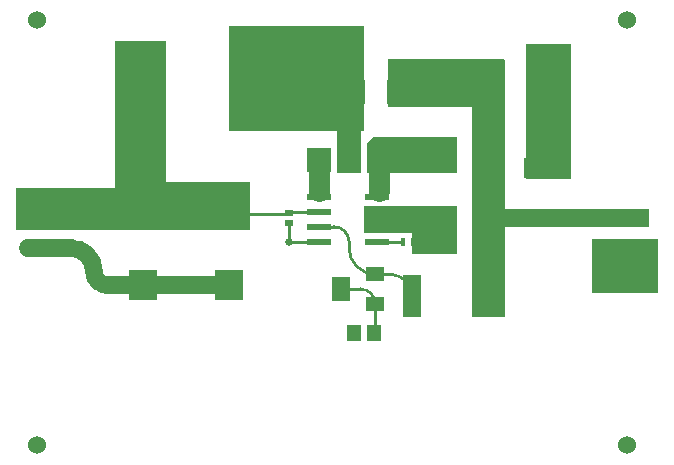
<source format=gbr>
%TF.GenerationSoftware,Altium Limited,Altium Designer,22.11.1 (43)*%
G04 Layer_Physical_Order=1*
G04 Layer_Color=255*
%FSLAX45Y45*%
%MOMM*%
%TF.SameCoordinates,43E0CF4A-0526-4127-82AF-783748DA5692*%
%TF.FilePolarity,Positive*%
%TF.FileFunction,Copper,L1,Top,Signal*%
%TF.Part,Single*%
G01*
G75*
%TA.AperFunction,Conductor*%
%ADD10C,0.25400*%
%ADD11C,1.52400*%
%TA.AperFunction,SMDPad,CuDef*%
%ADD12R,1.60000X3.65000*%
%ADD13R,0.64000X0.50800*%
%ADD14R,1.15000X1.35000*%
%ADD15R,0.38100X0.64000*%
%ADD16R,0.38100X0.63500*%
%ADD17R,1.30000X1.80000*%
G04:AMPARAMS|DCode=18|XSize=1.97mm|YSize=0.59mm|CornerRadius=0.07375mm|HoleSize=0mm|Usage=FLASHONLY|Rotation=0.000|XOffset=0mm|YOffset=0mm|HoleType=Round|Shape=RoundedRectangle|*
%AMROUNDEDRECTD18*
21,1,1.97000,0.44250,0,0,0.0*
21,1,1.82250,0.59000,0,0,0.0*
1,1,0.14750,0.91125,-0.22125*
1,1,0.14750,-0.91125,-0.22125*
1,1,0.14750,-0.91125,0.22125*
1,1,0.14750,0.91125,0.22125*
%
%ADD18ROUNDEDRECTD18*%
%ADD19R,2.50000X1.40000*%
%ADD20R,1.60000X2.00000*%
%ADD21R,1.60000X1.30000*%
%ADD22R,2.45000X2.55000*%
%ADD23R,2.90000X5.40000*%
%ADD24R,2.45000X2.15000*%
%TA.AperFunction,Conductor*%
%ADD25C,1.77800*%
%TA.AperFunction,ComponentPad*%
%ADD26C,1.52000*%
%ADD27R,1.52000X1.52000*%
%ADD28R,1.30000X1.30000*%
%ADD29C,1.30000*%
%TA.AperFunction,WasherPad*%
%ADD30C,1.52400*%
%TA.AperFunction,ComponentPad*%
%ADD31C,2.05000*%
%ADD32R,2.05000X2.05000*%
%TA.AperFunction,ViaPad*%
%ADD33C,0.63500*%
G36*
X10058400Y9804400D02*
X9296400D01*
X9296400Y10058400D01*
X9347200Y10109200D01*
X10058400D01*
Y9804400D01*
D02*
G37*
G36*
X9271000Y10160000D02*
X9245600D01*
Y9804400D01*
X9042400D01*
Y10160000D01*
X8128000D01*
Y11049000D01*
X9271000D01*
Y10160000D01*
D02*
G37*
G36*
X11023600Y9753600D02*
X10642600D01*
Y10896600D01*
X11023600D01*
Y9753600D01*
D02*
G37*
G36*
X7594600Y9728200D02*
X8305800D01*
Y9324191D01*
X8299568Y9320508D01*
X8293100Y9318104D01*
X8285355Y9321312D01*
X8280400Y9321800D01*
X6324600D01*
Y9677400D01*
X7162800D01*
Y9707852D01*
Y10922000D01*
X7594600D01*
Y9728200D01*
D02*
G37*
G36*
X10058400Y9296400D02*
Y9118600D01*
X9677400D01*
Y9296400D01*
X9271000D01*
Y9525000D01*
X10058400D01*
Y9296400D01*
D02*
G37*
G36*
X11760200Y8788400D02*
X11201400D01*
Y9245600D01*
X11760200D01*
Y8788400D01*
D02*
G37*
G36*
X10453788Y10765733D02*
X10460933Y10758588D01*
X10462223Y10755473D01*
X10464800Y10751929D01*
Y10749252D01*
Y10744200D01*
Y10363200D01*
Y8585200D01*
X10185399D01*
X10185400Y10363200D01*
X9474200D01*
Y10769600D01*
X10444452D01*
X10453788Y10765733D01*
D02*
G37*
D10*
X9673125Y8763000D02*
G03*
X9490199Y8945926I-182926J0D01*
G01*
X9144000Y9167126D02*
G03*
X9365200Y8945926I221200J0D01*
G01*
X8627800Y9459200D02*
G03*
X8642800Y9474200I0J15000D01*
G01*
X9144000Y9220200D02*
G03*
X9017000Y9347200I-127000J0D01*
G01*
X9365200Y8695926D02*
G03*
X9240200Y8820926I-125000J0D01*
G01*
X9358500Y8445500D02*
G03*
X9365200Y8452200I0J6700D01*
G01*
Y8945926D02*
X9490199D01*
X9382600Y9220200D02*
X9597525D01*
X8642800Y9474200D02*
X8887600D01*
X8128000Y9459200D02*
X8627800D01*
X8636000Y9220200D02*
X8887600D01*
X8636000D02*
Y9379400D01*
X9144000Y9167126D02*
Y9220200D01*
X9075200Y8820926D02*
X9240200D01*
X9365200Y8452200D02*
Y8695926D01*
X8887600Y9347200D02*
X9017000D01*
X8887600Y9911300D02*
X8890000Y9913700D01*
D11*
X6985000Y8966200D02*
G03*
X7097000Y8854200I112000J0D01*
G01*
X6985000Y8966200D02*
G03*
X6781800Y9169400I-203200J0D01*
G01*
X11353800Y9423400D02*
X11607800D01*
X10337800D02*
X11353800D01*
X7097000Y8854200D02*
X7401700D01*
X6680200Y9169400D02*
X6781800D01*
X6426200D02*
X6680200D01*
X7401700Y8854200D02*
X8128000D01*
D12*
X9673125Y8763000D02*
D03*
X10308125D02*
D03*
D13*
X8636000Y9379400D02*
D03*
Y9467400D02*
D03*
D14*
X9358500Y8445500D02*
D03*
X9183500D02*
D03*
D15*
X9685525Y9220200D02*
D03*
D16*
X9597525D02*
D03*
D17*
X10686000Y9842500D02*
D03*
X10396000D02*
D03*
D18*
X8887600Y9601200D02*
D03*
Y9474200D02*
D03*
Y9347200D02*
D03*
Y9220200D02*
D03*
X9382600D02*
D03*
Y9347200D02*
D03*
Y9474200D02*
D03*
Y9601200D02*
D03*
D19*
X9880600Y9927400D02*
D03*
Y9427400D02*
D03*
D20*
X9075200Y8820926D02*
D03*
D21*
X9365200Y8945926D02*
D03*
Y8695926D02*
D03*
D22*
X8128000Y8854200D02*
D03*
Y9459200D02*
D03*
X7401700Y8854200D02*
D03*
Y9459200D02*
D03*
D23*
X7307574Y10490200D02*
D03*
X8277574D02*
D03*
D24*
X9157600D02*
D03*
X9587600D02*
D03*
D25*
X9398000Y9652000D02*
Y9913700D01*
X8890000Y9652000D02*
Y9913700D01*
D26*
X11353800Y9423400D02*
D03*
Y9169400D02*
D03*
X11607800D02*
D03*
X6680200D02*
D03*
X6426200D02*
D03*
Y9423400D02*
D03*
D27*
X11607800D02*
D03*
X6680200D02*
D03*
D28*
X10716000Y10477500D02*
D03*
D29*
X10366000D02*
D03*
D30*
X6500000Y11100000D02*
D03*
Y7500000D02*
D03*
X11500000Y11100000D02*
D03*
Y7500000D02*
D03*
D31*
X9398000Y9913700D02*
D03*
X9144000D02*
D03*
D32*
X8890000D02*
D03*
D33*
X9880600Y9156700D02*
D03*
X10007600D02*
D03*
X9880600Y9271000D02*
D03*
X10007600D02*
D03*
X10972800Y10185400D02*
D03*
X11417300Y8839200D02*
D03*
X11544300D02*
D03*
X11671300D02*
D03*
Y8953500D02*
D03*
X11544300D02*
D03*
X11417300D02*
D03*
X11290300Y8839200D02*
D03*
Y8953500D02*
D03*
X8636000Y9220200D02*
D03*
X10845800Y10845800D02*
D03*
X10972800Y10718800D02*
D03*
Y10845800D02*
D03*
X10845800Y10058400D02*
D03*
X10972800D02*
D03*
Y9931400D02*
D03*
X10845800D02*
D03*
Y9804400D02*
D03*
X10972800D02*
D03*
X9183500Y8445500D02*
D03*
%TF.MD5,fa4d41d0742c9a6bb1d79892d4e97a51*%
M02*

</source>
